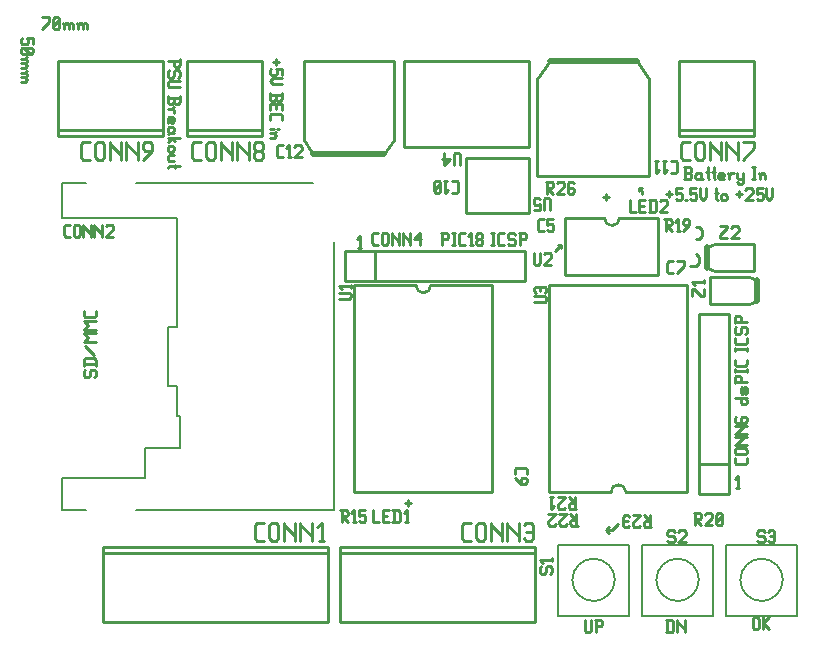
<source format=gbr>
G04 start of page 7 for group -4079 idx -4079 *
G04 Title: (unknown), topsilk *
G04 Creator: pcb 20091103 *
G04 CreationDate: Mon 30 Aug 2010 13:37:24 GMT UTC *
G04 For: thomas *
G04 Format: Gerber/RS-274X *
G04 PCB-Dimensions: 600000 500000 *
G04 PCB-Coordinate-Origin: lower left *
%MOIN*%
%FSLAX25Y25*%
%LNFRONTSILK*%
%ADD11C,0.0100*%
%ADD14C,0.0200*%
%ADD56C,0.0080*%
%ADD57C,0.0079*%
G54D11*X131000Y335000D02*Y337000D01*
X130000Y336000D02*X132000D01*
X197000Y327000D02*X199000D01*
X201000Y329000D01*
X197000Y327000D02*X198000Y328000D01*
X197000Y327000D02*X198000Y326000D01*
X227000Y424000D02*X228000D01*
X227000Y428000D02*X228000D01*
X182000Y422000D02*Y421000D01*
X181000Y422000D02*X182000D01*
X180000Y420000D01*
X228000Y428000D02*X229000Y427000D01*
X209000Y439000D02*Y440000D01*
X208000Y441000D01*
Y440000D02*Y441000D01*
X209000D01*
X229000Y427000D02*Y425000D01*
X228000Y424000D01*
Y418000D02*X227000Y419000D01*
X228000Y416000D02*Y418000D01*
X225000Y415000D02*X227000D01*
X228000Y416000D01*
X142500Y426000D02*Y422000D01*
X142000Y426000D02*X144000D01*
X144500Y425500D01*
Y424500D01*
X144000Y424000D02*X144500Y424500D01*
X142500Y424000D02*X144000D01*
X145701Y426000D02*X146701D01*
X146201D02*Y422000D01*
X145701D02*X146701D01*
X148402D02*X149902D01*
X147902Y422500D02*X148402Y422000D01*
X147902Y425500D02*Y422500D01*
Y425500D02*X148402Y426000D01*
X149902D01*
X151603Y422000D02*X152603D01*
X152103Y426000D02*Y422000D01*
X151103Y425000D02*X152103Y426000D01*
X153804Y422500D02*X154304Y422000D01*
X153804Y423500D02*Y422500D01*
Y423500D02*X154304Y424000D01*
X155304D01*
X155804Y423500D01*
Y422500D01*
X155304Y422000D02*X155804Y422500D01*
X154304Y422000D02*X155304D01*
X153804Y424500D02*X154304Y424000D01*
X153804Y425500D02*Y424500D01*
Y425500D02*X154304Y426000D01*
X155304D01*
X155804Y425500D01*
Y424500D01*
X155304Y424000D02*X155804Y424500D01*
X158805Y426000D02*X159805D01*
X159305D02*Y422000D01*
X158805D02*X159805D01*
X161506D02*X163006D01*
X161006Y422500D02*X161506Y422000D01*
X161006Y425500D02*Y422500D01*
Y425500D02*X161506Y426000D01*
X163006D01*
X166207D02*X166707Y425500D01*
X164707Y426000D02*X166207D01*
X164207Y425500D02*X164707Y426000D01*
X164207Y425500D02*Y424500D01*
X164707Y424000D01*
X166207D01*
X166707Y423500D01*
Y422500D01*
X166207Y422000D02*X166707Y422500D01*
X164707Y422000D02*X166207D01*
X164207Y422500D02*X164707Y422000D01*
X168408Y426000D02*Y422000D01*
X167908Y426000D02*X169908D01*
X170408Y425500D01*
Y424500D01*
X169908Y424000D02*X170408Y424500D01*
X168408Y424000D02*X169908D01*
X114500Y421000D02*X115500D01*
X115000Y425000D02*Y421000D01*
X114000Y424000D02*X115000Y425000D01*
X223000Y444000D02*X225000D01*
X225500Y444500D01*
Y445500D02*Y444500D01*
X225000Y446000D02*X225500Y445500D01*
X223500Y446000D02*X225000D01*
X223500Y448000D02*Y444000D01*
X223000Y448000D02*X225000D01*
X225500Y447500D01*
Y446500D01*
X225000Y446000D02*X225500Y446500D01*
X228201Y446000D02*X228701Y445500D01*
X227201Y446000D02*X228201D01*
X226701Y445500D02*X227201Y446000D01*
X226701Y445500D02*Y444500D01*
X227201Y444000D01*
X228701Y446000D02*Y444500D01*
X229201Y444000D01*
X227201D02*X228201D01*
X228701Y444500D01*
X230902Y448000D02*Y444500D01*
X231402Y444000D01*
X230402Y446500D02*X231402D01*
X232903Y448000D02*Y444500D01*
X233403Y444000D01*
X232403Y446500D02*X233403D01*
X234904Y444000D02*X236404D01*
X234404Y444500D02*X234904Y444000D01*
X234404Y445500D02*Y444500D01*
Y445500D02*X234904Y446000D01*
X235904D01*
X236404Y445500D01*
X234404Y445000D02*X236404D01*
Y445500D02*Y445000D01*
X238105Y445500D02*Y444000D01*
Y445500D02*X238605Y446000D01*
X239605D01*
X237605D02*X238105Y445500D01*
X240806Y446000D02*Y444500D01*
X241306Y444000D01*
X242806Y446000D02*Y443000D01*
X242306Y442500D02*X242806Y443000D01*
X241306Y442500D02*X242306D01*
X240806Y443000D02*X241306Y442500D01*
Y444000D02*X242306D01*
X242806Y444500D01*
X245807Y448000D02*X246807D01*
X246307D02*Y444000D01*
X245807D02*X246807D01*
X248508Y445500D02*Y444000D01*
Y445500D02*X249008Y446000D01*
X249508D01*
X250008Y445500D01*
Y444000D01*
X248008Y446000D02*X248508Y445500D01*
X217000Y439000D02*X219000D01*
X218000Y440000D02*Y438000D01*
X220201Y441000D02*X222201D01*
X220201D02*Y439000D01*
X220701Y439500D01*
X221701D01*
X222201Y439000D01*
Y437500D01*
X221701Y437000D02*X222201Y437500D01*
X220701Y437000D02*X221701D01*
X220201Y437500D02*X220701Y437000D01*
X223402D02*X223902D01*
X225103Y441000D02*X227103D01*
X225103D02*Y439000D01*
X225603Y439500D01*
X226603D01*
X227103Y439000D01*
Y437500D01*
X226603Y437000D02*X227103Y437500D01*
X225603Y437000D02*X226603D01*
X225103Y437500D02*X225603Y437000D01*
X228304Y441000D02*Y438000D01*
X229304Y437000D01*
X230304Y438000D01*
Y441000D02*Y438000D01*
X233805Y441000D02*Y437500D01*
X234305Y437000D01*
X233305Y439500D02*X234305D01*
X235306Y438500D02*Y437500D01*
Y438500D02*X235806Y439000D01*
X236806D01*
X237306Y438500D01*
Y437500D01*
X236806Y437000D02*X237306Y437500D01*
X235806Y437000D02*X236806D01*
X235306Y437500D02*X235806Y437000D01*
X240307Y439000D02*X242307D01*
X241307Y440000D02*Y438000D01*
X243508Y440500D02*X244008Y441000D01*
X245508D01*
X246008Y440500D01*
Y439500D01*
X243508Y437000D02*X246008Y439500D01*
X243508Y437000D02*X246008D01*
X247209Y441000D02*X249209D01*
X247209D02*Y439000D01*
X247709Y439500D01*
X248709D01*
X249209Y439000D01*
Y437500D01*
X248709Y437000D02*X249209Y437500D01*
X247709Y437000D02*X248709D01*
X247209Y437500D02*X247709Y437000D01*
X250410Y441000D02*Y438000D01*
X251410Y437000D01*
X252410Y438000D01*
Y441000D02*Y438000D01*
X240000Y371000D02*X244000D01*
Y370500D02*X243500Y371000D01*
X244000Y370500D02*Y369500D01*
X243500Y369000D02*X244000Y369500D01*
X242500Y369000D02*X243500D01*
X242500D02*X242000Y369500D01*
Y370500D02*Y369500D01*
Y370500D02*X242500Y371000D01*
X244000Y374201D02*Y372701D01*
Y374201D02*X243500Y374701D01*
X243000Y374201D02*X243500Y374701D01*
X243000Y374201D02*Y372701D01*
X242500Y372201D02*X243000Y372701D01*
X242500Y372201D02*X242000Y372701D01*
Y374201D02*Y372701D01*
Y374201D02*X242500Y374701D01*
X243500Y372201D02*X244000Y372701D01*
X240000Y376402D02*X244000D01*
X240000Y377902D02*Y375902D01*
Y377902D02*X240500Y378402D01*
X241500D01*
X242000Y377902D02*X241500Y378402D01*
X242000Y377902D02*Y376402D01*
X240000Y380603D02*Y379603D01*
Y380103D02*X244000D01*
Y380603D02*Y379603D01*
Y383804D02*Y382304D01*
X243500Y381804D02*X244000Y382304D01*
X240500Y381804D02*X243500D01*
X240500D02*X240000Y382304D01*
Y383804D02*Y382304D01*
Y387805D02*Y386805D01*
Y387305D02*X244000D01*
Y387805D02*Y386805D01*
Y391006D02*Y389506D01*
X243500Y389006D02*X244000Y389506D01*
X240500Y389006D02*X243500D01*
X240500D02*X240000Y389506D01*
Y391006D02*Y389506D01*
Y394207D02*X240500Y394707D01*
X240000Y394207D02*Y392707D01*
X240500Y392207D02*X240000Y392707D01*
X240500Y392207D02*X241500D01*
X242000Y392707D01*
Y394207D02*Y392707D01*
Y394207D02*X242500Y394707D01*
X243500D01*
X244000Y394207D02*X243500Y394707D01*
X244000Y394207D02*Y392707D01*
X243500Y392207D02*X244000Y392707D01*
X240000Y396408D02*X244000D01*
X240000Y397908D02*Y395908D01*
Y397908D02*X240500Y398408D01*
X241500D01*
X242000Y397908D02*X241500Y398408D01*
X242000Y397908D02*Y396408D01*
X240500Y341000D02*X241500D01*
X241000Y345000D02*Y341000D01*
X240000Y344000D02*X241000Y345000D01*
X190000Y297000D02*Y293500D01*
X190500Y293000D01*
X191500D01*
X192000Y293500D01*
Y297000D02*Y293500D01*
X193701Y297000D02*Y293000D01*
X193201Y297000D02*X195201D01*
X195701Y296500D01*
Y295500D01*
X195201Y295000D02*X195701Y295500D01*
X193701Y295000D02*X195201D01*
X217500Y297000D02*Y293000D01*
X219000Y297000D02*X219500Y296500D01*
Y293500D01*
X219000Y293000D02*X219500Y293500D01*
X217000Y293000D02*X219000D01*
X217000Y297000D02*X219000D01*
X220701D02*Y293000D01*
Y297000D02*Y296500D01*
X223201Y294000D01*
Y297000D02*Y293000D01*
X246000Y297500D02*Y294500D01*
Y297500D02*X246500Y298000D01*
X247500D01*
X248000Y297500D01*
Y294500D01*
X247500Y294000D02*X248000Y294500D01*
X246500Y294000D02*X247500D01*
X246000Y294500D02*X246500Y294000D01*
X249201Y298000D02*Y294000D01*
Y296000D02*X251201Y298000D01*
X249201Y296000D02*X251201Y294000D01*
X196000Y438000D02*X198000D01*
X197000Y439000D02*Y437000D01*
X6000Y491000D02*Y489000D01*
X4000Y491000D02*X6000D01*
X4000D02*X4500Y490500D01*
Y489500D01*
X4000Y489000D01*
X2500D02*X4000D01*
X2000Y489500D02*X2500Y489000D01*
X2000Y490500D02*Y489500D01*
X2500Y491000D02*X2000Y490500D01*
X2500Y487799D02*X2000Y487299D01*
X2500Y487799D02*X5500D01*
X6000Y487299D01*
Y486299D01*
X5500Y485799D01*
X2500D02*X5500D01*
X2000Y486299D02*X2500Y485799D01*
X2000Y487299D02*Y486299D01*
X3000Y487799D02*X5000Y485799D01*
X2000Y484098D02*X3500D01*
X4000Y483598D01*
Y483098D01*
X3500Y482598D01*
X2000D02*X3500D01*
X4000Y482098D01*
Y481598D01*
X3500Y481098D01*
X2000D02*X3500D01*
X4000Y484598D02*X3500Y484098D01*
X2000Y479397D02*X3500D01*
X4000Y478897D01*
Y478397D01*
X3500Y477897D01*
X2000D02*X3500D01*
X4000Y477397D01*
Y476897D01*
X3500Y476397D01*
X2000D02*X3500D01*
X4000Y479897D02*X3500Y479397D01*
X9000Y494000D02*X11500Y496500D01*
Y498000D02*Y496500D01*
X9000Y498000D02*X11500D01*
X12701Y494500D02*X13201Y494000D01*
X12701Y497500D02*Y494500D01*
Y497500D02*X13201Y498000D01*
X14201D01*
X14701Y497500D01*
Y494500D01*
X14201Y494000D02*X14701Y494500D01*
X13201Y494000D02*X14201D01*
X12701Y495000D02*X14701Y497000D01*
X16402Y495500D02*Y494000D01*
Y495500D02*X16902Y496000D01*
X17402D01*
X17902Y495500D01*
Y494000D01*
Y495500D02*X18402Y496000D01*
X18902D01*
X19402Y495500D01*
Y494000D01*
X15902Y496000D02*X16402Y495500D01*
X21103D02*Y494000D01*
Y495500D02*X21603Y496000D01*
X22103D01*
X22603Y495500D01*
Y494000D01*
Y495500D02*X23103Y496000D01*
X23603D01*
X24103Y495500D01*
Y494000D01*
X20603Y496000D02*X21103Y495500D01*
X23000Y380000D02*X23500Y380500D01*
X23000Y380000D02*Y378500D01*
X23500Y378000D02*X23000Y378500D01*
X23500Y378000D02*X24500D01*
X25000Y378500D01*
Y380000D02*Y378500D01*
Y380000D02*X25500Y380500D01*
X26500D01*
X27000Y380000D02*X26500Y380500D01*
X27000Y380000D02*Y378500D01*
X26500Y378000D02*X27000Y378500D01*
X23000Y382201D02*X27000D01*
X23000Y383701D02*X23500Y384201D01*
X26500D01*
X27000Y383701D02*X26500Y384201D01*
X27000Y383701D02*Y381701D01*
X23000Y383701D02*Y381701D01*
X26500Y385402D02*X23500Y388402D01*
X23000Y389603D02*X27000D01*
X23000D02*X24500Y391103D01*
X23000Y392603D01*
X27000D01*
X23000Y393804D02*X27000D01*
X23000D02*X24500Y395304D01*
X23000Y396804D01*
X27000D01*
Y400005D02*Y398505D01*
X26500Y398005D02*X27000Y398505D01*
X23500Y398005D02*X26500D01*
X23500D02*X23000Y398505D01*
Y400005D02*Y398505D01*
X87000Y484000D02*Y482000D01*
X86000Y483000D02*X88000D01*
X89000Y480799D02*Y478799D01*
X87000Y480799D02*X89000D01*
X87000D02*X87500Y480299D01*
Y479299D01*
X87000Y478799D01*
X85500D02*X87000D01*
X85000Y479299D02*X85500Y478799D01*
X85000Y480299D02*Y479299D01*
X85500Y480799D02*X85000Y480299D01*
X86000Y477598D02*X89000D01*
X86000D02*X85000Y476598D01*
X86000Y475598D01*
X89000D01*
X85000Y472597D02*Y470597D01*
X85500Y470097D01*
X86500D01*
X87000Y470597D02*X86500Y470097D01*
X87000Y472097D02*Y470597D01*
X85000Y472097D02*X89000D01*
Y472597D02*Y470597D01*
X88500Y470097D01*
X87500D02*X88500D01*
X87000Y470597D02*X87500Y470097D01*
X87000Y468896D02*Y467396D01*
X85000Y468896D02*Y466896D01*
Y468896D02*X89000D01*
Y466896D01*
X85000Y465195D02*Y463695D01*
X85500Y465695D02*X85000Y465195D01*
X85500Y465695D02*X88500D01*
X89000Y465195D01*
Y463695D01*
X87500Y460694D02*X88000D01*
X85000D02*X86500D01*
X85000Y459193D02*X86500D01*
X87000Y458693D01*
Y458193D01*
X86500Y457693D01*
X85000D02*X86500D01*
X87000Y459693D02*X86500Y459193D01*
X51000Y483500D02*X55000D01*
Y484000D02*Y482000D01*
X54500Y481500D01*
X53500D02*X54500D01*
X53000Y482000D02*X53500Y481500D01*
X53000Y483500D02*Y482000D01*
X55000Y478299D02*X54500Y477799D01*
X55000Y479799D02*Y478299D01*
X54500Y480299D02*X55000Y479799D01*
X53500Y480299D02*X54500D01*
X53500D02*X53000Y479799D01*
Y478299D01*
X52500Y477799D01*
X51500D02*X52500D01*
X51000Y478299D02*X51500Y477799D01*
X51000Y479799D02*Y478299D01*
X51500Y480299D02*X51000Y479799D01*
X51500Y476598D02*X55000D01*
X51500D02*X51000Y476098D01*
Y475098D01*
X51500Y474598D01*
X55000D01*
X51000Y471597D02*Y469597D01*
X51500Y469097D01*
X52500D01*
X53000Y469597D02*X52500Y469097D01*
X53000Y471097D02*Y469597D01*
X51000Y471097D02*X55000D01*
Y471597D02*Y469597D01*
X54500Y469097D01*
X53500D02*X54500D01*
X53000Y469597D02*X53500Y469097D01*
X51000Y467396D02*X52500D01*
X53000Y466896D01*
Y465896D01*
Y467896D02*X52500Y467396D01*
X51000Y464195D02*Y462695D01*
X51500Y464695D02*X51000Y464195D01*
X51500Y464695D02*X52500D01*
X53000Y464195D01*
Y463195D01*
X52500Y462695D01*
X52000Y464695D02*Y462695D01*
X52500D01*
X53000Y459994D02*X52500Y459494D01*
X53000Y460994D02*Y459994D01*
X52500Y461494D02*X53000Y460994D01*
X51500Y461494D02*X52500D01*
X51500D02*X51000Y460994D01*
X51500Y459494D02*X53000D01*
X51500D02*X51000Y458994D01*
Y460994D02*Y459994D01*
X51500Y459494D01*
X51000Y457793D02*X55000D01*
X52500D02*X51000Y456293D01*
X52500Y457793D02*X53500Y456793D01*
X51500Y455092D02*X52500D01*
X53000Y454592D01*
Y453592D01*
X52500Y453092D01*
X51500D02*X52500D01*
X51000Y453592D02*X51500Y453092D01*
X51000Y454592D02*Y453592D01*
X51500Y455092D02*X51000Y454592D01*
X51500Y451891D02*X53000D01*
X51500D02*X51000Y451391D01*
Y450391D01*
X51500Y449891D01*
X53000D01*
X51500Y448190D02*X55000D01*
X51500D02*X51000Y447690D01*
X53500Y448690D02*Y447690D01*
G54D56*X181047Y322016D02*Y298394D01*
Y322016D02*X204669D01*
Y298394D01*
X181047D02*X204669D01*
X185772Y310400D02*G75*G03X192858Y303314I7086J0D01*G01*
X192860Y317487D02*G75*G03X185772Y310399I0J-7088D01*G01*
X199945Y310401D02*G75*G03X192859Y317487I-7086J0D01*G01*
Y303314D02*G75*G03X199945Y310400I0J7086D01*G01*
G54D11*X238000Y399000D02*Y339000D01*
X228000Y399000D02*X238000D01*
X228000D02*Y339000D01*
X238000D01*
X228000Y349000D02*X238000D01*
X228000D02*Y339000D01*
G54D14*X247300Y410500D02*Y403500D01*
G54D11*Y410500D02*X244800Y411500D01*
X231700D02*X244800D01*
X231700D02*Y402500D01*
X244800D01*
X247300Y403500D01*
G54D56*X209047Y322016D02*Y298394D01*
Y322016D02*X232669D01*
Y298394D01*
X209047D02*X232669D01*
X213772Y310400D02*G75*G03X220858Y303314I7086J0D01*G01*
X220860Y317487D02*G75*G03X213772Y310399I0J-7088D01*G01*
X227945Y310401D02*G75*G03X220859Y317487I-7086J0D01*G01*
Y303314D02*G75*G03X227945Y310400I0J7086D01*G01*
X237047Y322016D02*Y298394D01*
Y322016D02*X260669D01*
Y298394D01*
X237047D02*X260669D01*
X241772Y310400D02*G75*G03X248858Y303314I7086J0D01*G01*
X248860Y317487D02*G75*G03X241772Y310399I0J-7088D01*G01*
X255945Y310401D02*G75*G03X248859Y317487I-7086J0D01*G01*
Y303314D02*G75*G03X255945Y310400I0J7086D01*G01*
G54D11*X224133Y408595D02*Y339595D01*
X178133Y408595D02*X224133D01*
X178133D02*Y339595D01*
X203633D02*X224133D01*
X178133D02*X198633D01*
X203633D02*G75*G03X198633Y339595I-2500J0D01*G01*
G54D14*X230700Y421500D02*Y414500D01*
G54D11*X233200Y413500D01*
X246300D01*
Y422500D01*
X233200D01*
X230700Y421500D01*
X221500Y483500D02*X246500D01*
Y458500D01*
Y460500D02*X221500D01*
Y458500D02*Y483500D01*
X246500Y458500D02*X221500D01*
X183500Y431000D02*Y412000D01*
X214500D01*
Y431000D02*Y412000D01*
X183500Y431000D02*X196500D01*
X201500D02*X214500D01*
X196500D02*G75*G03X201500Y431000I2500J0D01*G01*
X150500Y451100D02*X171200D01*
X150500D02*Y432800D01*
X171200D01*
Y451100D02*Y432800D01*
G54D14*X178200Y483300D02*X207200D01*
G54D11*X178200D02*X174100Y477200D01*
Y445100D01*
X211300D01*
Y477200D02*Y445100D01*
Y477200D02*X207200Y483300D01*
X108500Y296500D02*X173500D01*
X108500Y321500D02*Y296500D01*
Y319500D02*X173500D01*
Y321500D02*Y296500D01*
X108500Y321500D02*X173500D01*
X113133Y408595D02*Y339595D01*
X159133D01*
Y408595D02*Y339595D01*
X113133Y408595D02*X133633D01*
X138633D02*X159133D01*
X133633D02*G75*G03X138633Y408595I2500J0D01*G01*
G54D57*X15715Y431008D02*X54101D01*
X15715Y344394D02*Y333568D01*
X106266Y423134D02*Y333568D01*
X15715D02*X23589D01*
X40322D02*X106266D01*
X40322Y442819D02*X99377D01*
X15715D02*X23589D01*
X15715D02*Y431008D01*
Y344394D02*X43274D01*
Y354237D02*Y344394D01*
Y354237D02*X55085D01*
Y365064D02*Y354237D01*
X54101Y365064D02*X55085D01*
X54101Y374906D02*Y365064D01*
X51148Y374906D02*X54101D01*
X51148Y394591D02*Y374906D01*
Y394591D02*X54101D01*
Y431008D02*Y394591D01*
G54D11*X29500Y296500D02*X104500D01*
X29500Y321500D02*Y296500D01*
Y319500D02*X104500D01*
Y321500D02*Y296500D01*
X29500Y321500D02*X104500D01*
X14500Y483500D02*X49500D01*
Y458500D01*
X14500Y460500D02*X49500D01*
X14500Y483500D02*Y458500D01*
X49500D01*
X57500Y483500D02*X82500D01*
Y458500D01*
Y460500D02*X57500D01*
Y458500D02*Y483500D01*
X82500Y458500D02*X57500D01*
G54D14*X99500Y452200D02*X122900D01*
G54D11*X126200Y457100D01*
Y483200D02*Y457100D01*
X96200Y483200D02*X126200D01*
X96200D02*Y457100D01*
X99500Y452200D01*
X129800Y483200D02*X171200D01*
X129800D02*Y454700D01*
X171200D01*
Y483200D02*Y454700D01*
X110133Y410095D02*X170133D01*
Y420095D02*Y410095D01*
X110133Y420095D02*X170133D01*
X110133D02*Y410095D01*
X120133Y420095D02*Y410095D01*
X110133Y420095D02*X120133D01*
X108409Y333642D02*X110409D01*
X110909Y333142D01*
Y332142D01*
X110409Y331642D02*X110909Y332142D01*
X108909Y331642D02*X110409D01*
X108909Y333642D02*Y329642D01*
Y331642D02*X110909Y329642D01*
X112610D02*X113610D01*
X113110Y333642D02*Y329642D01*
X112110Y332642D02*X113110Y333642D01*
X114811D02*X116811D01*
X114811D02*Y331642D01*
X115311Y332142D01*
X116311D01*
X116811Y331642D01*
Y330142D01*
X116311Y329642D02*X116811Y330142D01*
X115311Y329642D02*X116311D01*
X114811Y330142D02*X115311Y329642D01*
X80750Y323500D02*X83000D01*
X80000Y324250D02*X80750Y323500D01*
X80000Y328750D02*Y324250D01*
Y328750D02*X80750Y329500D01*
X83000D01*
X84801Y328750D02*Y324250D01*
Y328750D02*X85551Y329500D01*
X87051D01*
X87801Y328750D01*
Y324250D01*
X87051Y323500D02*X87801Y324250D01*
X85551Y323500D02*X87051D01*
X84801Y324250D02*X85551Y323500D01*
X89603Y329500D02*Y323500D01*
Y329500D02*Y328750D01*
X93353Y325000D01*
Y329500D02*Y323500D01*
X95154Y329500D02*Y323500D01*
Y329500D02*Y328750D01*
X98904Y325000D01*
Y329500D02*Y323500D01*
X101456D02*X102956D01*
X102206Y329500D02*Y323500D01*
X100706Y328000D02*X102206Y329500D01*
X235000Y428300D02*X237500D01*
Y427800D01*
X235000Y425300D02*X237500Y427800D01*
X235000Y425300D02*Y424300D01*
X237500D01*
X238701Y427800D02*X239201Y428300D01*
X240701D01*
X241201Y427800D01*
Y426800D01*
X238701Y424300D02*X241201Y426800D01*
X238701Y424300D02*X241201D01*
X216409Y430658D02*X218409D01*
X218909Y430158D01*
Y429158D01*
X218409Y428658D02*X218909Y429158D01*
X216909Y428658D02*X218409D01*
X216909Y430658D02*Y426658D01*
Y428658D02*X218909Y426658D01*
X220610D02*X221610D01*
X221110Y430658D02*Y426658D01*
X220110Y429658D02*X221110Y430658D01*
X222811Y426658D02*X224811Y428658D01*
Y430158D02*Y428658D01*
X224311Y430658D02*X224811Y430158D01*
X223311Y430658D02*X224311D01*
X222811Y430158D02*X223311Y430658D01*
X222811Y430158D02*Y429158D01*
X223311Y428658D01*
X224811D01*
X222750Y450500D02*X225000D01*
X222000Y451250D02*X222750Y450500D01*
X222000Y455750D02*Y451250D01*
Y455750D02*X222750Y456500D01*
X225000D01*
X226801Y455750D02*Y451250D01*
Y455750D02*X227551Y456500D01*
X229051D01*
X229801Y455750D01*
Y451250D01*
X229051Y450500D02*X229801Y451250D01*
X227551Y450500D02*X229051D01*
X226801Y451250D02*X227551Y450500D01*
X231603Y456500D02*Y450500D01*
Y456500D02*Y455750D01*
X235353Y452000D01*
Y456500D02*Y450500D01*
X237154Y456500D02*Y450500D01*
Y456500D02*Y455750D01*
X240904Y452000D01*
Y456500D02*Y450500D01*
X242706D02*X246456Y454250D01*
Y456500D02*Y454250D01*
X242706Y456500D02*X246456D01*
X218700Y450100D02*X220200D01*
X220700Y449600D02*X220200Y450100D01*
X220700Y449600D02*Y446600D01*
X220200Y446100D01*
X218700D02*X220200D01*
X215999Y450100D02*X216999D01*
X216499D02*Y446100D01*
X217499Y447100D02*X216499Y446100D01*
X213298Y450100D02*X214298D01*
X213798D02*Y446100D01*
X214798Y447100D02*X213798Y446100D01*
X204850Y437150D02*Y433150D01*
X206850D01*
X208051Y435150D02*X209551D01*
X208051Y433150D02*X210051D01*
X208051Y437150D02*Y433150D01*
Y437150D02*X210051D01*
X211752D02*Y433150D01*
X213252Y437150D02*X213752Y436650D01*
Y433650D01*
X213252Y433150D02*X213752Y433650D01*
X211252Y433150D02*X213252D01*
X211252Y437150D02*X213252D01*
X214953Y436650D02*X215453Y437150D01*
X216953D01*
X217453Y436650D01*
Y435650D01*
X214953Y433150D02*X217453Y435650D01*
X214953Y433150D02*X217453D01*
X217909Y412642D02*X219409D01*
X217409Y413142D02*X217909Y412642D01*
X217409Y416142D02*Y413142D01*
Y416142D02*X217909Y416642D01*
X219409D01*
X220610Y412642D02*X223110Y415142D01*
Y416642D02*Y415142D01*
X220610Y416642D02*X223110D01*
X225700Y407500D02*Y405000D01*
Y407500D02*X226200D01*
X228700Y405000D02*X226200Y407500D01*
X228700Y405000D02*X229700D01*
Y407500D02*Y405000D01*
Y410201D02*Y409201D01*
X225700Y409701D02*X229700D01*
X226700Y408701D02*X225700Y409701D01*
X174791Y426642D02*X176291D01*
X174291Y427142D02*X174791Y426642D01*
X174291Y430142D02*Y427142D01*
Y430142D02*X174791Y430642D01*
X176291D01*
X177492D02*X179492D01*
X177492D02*Y428642D01*
X177992Y429142D01*
X178992D01*
X179492Y428642D01*
Y427142D01*
X178992Y426642D02*X179492Y427142D01*
X177992Y426642D02*X178992D01*
X177492Y427142D02*X177992Y426642D01*
X119633Y422095D02*X121133D01*
X119133Y422595D02*X119633Y422095D01*
X119133Y425595D02*Y422595D01*
Y425595D02*X119633Y426095D01*
X121133D01*
X122334Y425595D02*Y422595D01*
Y425595D02*X122834Y426095D01*
X123834D01*
X124334Y425595D01*
Y422595D01*
X123834Y422095D02*X124334Y422595D01*
X122834Y422095D02*X123834D01*
X122334Y422595D02*X122834Y422095D01*
X125535Y426095D02*Y422095D01*
Y426095D02*Y425595D01*
X128035Y423095D01*
Y426095D02*Y422095D01*
X129236Y426095D02*Y422095D01*
Y426095D02*Y425595D01*
X131736Y423095D01*
Y426095D02*Y422095D01*
X132937Y424095D02*X134937Y426095D01*
X132937Y424095D02*X135437D01*
X134937Y426095D02*Y422095D01*
X178200Y437300D02*Y433800D01*
Y437300D02*X177700Y437800D01*
X176700D02*X177700D01*
X176700D02*X176200Y437300D01*
Y433800D01*
X172999D02*X174999D01*
Y435800D02*Y433800D01*
Y435800D02*X174499Y435300D01*
X173499D02*X174499D01*
X173499D02*X172999Y435800D01*
Y437300D02*Y435800D01*
X173499Y437800D02*X172999Y437300D01*
X173499Y437800D02*X174499D01*
X174999Y437300D02*X174499Y437800D01*
X148200Y452200D02*Y448700D01*
Y452200D02*X147700Y452700D01*
X146700D02*X147700D01*
X146700D02*X146200Y452200D01*
Y448700D01*
X144999Y450700D02*X142999Y448700D01*
X142499Y450700D02*X144999D01*
X142999Y452700D02*Y448700D01*
X145709Y443358D02*X147209D01*
X147709Y442858D02*X147209Y443358D01*
X147709Y442858D02*Y439858D01*
X147209Y439358D01*
X145709D02*X147209D01*
X143008Y443358D02*X144008D01*
X143508D02*Y439358D01*
X144508Y440358D02*X143508Y439358D01*
X141807Y442858D02*X141307Y443358D01*
X141807Y442858D02*Y439858D01*
X141307Y439358D01*
X140307D02*X141307D01*
X140307D02*X139807Y439858D01*
Y442858D02*Y439858D01*
X140307Y443358D02*X139807Y442858D01*
X140307Y443358D02*X141307D01*
X141807Y442358D02*X139807Y440358D01*
X173000Y419500D02*Y416000D01*
X173500Y415500D01*
X174500D01*
X175000Y416000D01*
Y419500D02*Y416000D01*
X176201Y419000D02*X176701Y419500D01*
X178201D01*
X178701Y419000D01*
Y418000D01*
X176201Y415500D02*X178701Y418000D01*
X176201Y415500D02*X178701D01*
X173095Y402867D02*X176595D01*
X177095Y403367D01*
Y404367D02*Y403367D01*
Y404367D02*X176595Y404867D01*
X173095D02*X176595D01*
X173595Y406068D02*X173095Y406568D01*
Y407568D02*Y406568D01*
Y407568D02*X173595Y408068D01*
X176595D01*
X177095Y407568D02*X176595Y408068D01*
X177095Y407568D02*Y406568D01*
X176595Y406068D02*X177095Y406568D01*
X175095Y408068D02*Y406568D01*
X176850Y443150D02*X178850D01*
X179350Y442650D01*
Y441650D01*
X178850Y441150D02*X179350Y441650D01*
X177350Y441150D02*X178850D01*
X177350Y443150D02*Y439150D01*
Y441150D02*X179350Y439150D01*
X180551Y442650D02*X181051Y443150D01*
X182551D01*
X183051Y442650D01*
Y441650D01*
X180551Y439150D02*X183051Y441650D01*
X180551Y439150D02*X183051D01*
X185752Y443150D02*X186252Y442650D01*
X184752Y443150D02*X185752D01*
X184252Y442650D02*X184752Y443150D01*
X184252Y442650D02*Y439650D01*
X184752Y439150D01*
X185752Y441150D02*X186252Y440650D01*
X184252Y441150D02*X185752D01*
X184752Y439150D02*X185752D01*
X186252Y439650D01*
Y440650D02*Y439650D01*
X185591Y328358D02*X187591D01*
X185591D02*X185091Y328858D01*
Y329858D02*Y328858D01*
X185591Y330358D02*X185091Y329858D01*
X185591Y330358D02*X187091D01*
Y332358D02*Y328358D01*
Y330358D02*X185091Y332358D01*
X183890Y328858D02*X183390Y328358D01*
X181890D02*X183390D01*
X181890D02*X181390Y328858D01*
Y329858D02*Y328858D01*
X183890Y332358D02*X181390Y329858D01*
Y332358D02*X183890D01*
X180189Y328858D02*X179689Y328358D01*
X178189D02*X179689D01*
X178189D02*X177689Y328858D01*
Y329858D02*Y328858D01*
X180189Y332358D02*X177689Y329858D01*
Y332358D02*X180189D01*
X210150Y327850D02*X212150D01*
X210150D02*X209650Y328350D01*
Y329350D02*Y328350D01*
X210150Y329850D02*X209650Y329350D01*
X210150Y329850D02*X211650D01*
Y331850D02*Y327850D01*
Y329850D02*X209650Y331850D01*
X208449Y328350D02*X207949Y327850D01*
X206449D02*X207949D01*
X206449D02*X205949Y328350D01*
Y329350D02*Y328350D01*
X208449Y331850D02*X205949Y329350D01*
Y331850D02*X208449D01*
X204748Y328350D02*X204248Y327850D01*
X203248D02*X204248D01*
X203248D02*X202748Y328350D01*
Y331350D02*Y328350D01*
X203248Y331850D02*X202748Y331350D01*
X203248Y331850D02*X204248D01*
X204748Y331350D02*X204248Y331850D01*
X202748Y329850D02*X204248D01*
X226291Y332642D02*X228291D01*
X228791Y332142D01*
Y331142D01*
X228291Y330642D02*X228791Y331142D01*
X226791Y330642D02*X228291D01*
X226791Y332642D02*Y328642D01*
Y330642D02*X228791Y328642D01*
X229992Y332142D02*X230492Y332642D01*
X231992D01*
X232492Y332142D01*
Y331142D01*
X229992Y328642D02*X232492Y331142D01*
X229992Y328642D02*X232492D01*
X233693Y329142D02*X234193Y328642D01*
X233693Y332142D02*Y329142D01*
Y332142D02*X234193Y332642D01*
X235193D01*
X235693Y332142D01*
Y329142D01*
X235193Y328642D02*X235693Y329142D01*
X234193Y328642D02*X235193D01*
X233693Y329642D02*X235693Y331642D01*
X219409Y327000D02*X219909Y326500D01*
X217909Y327000D02*X219409D01*
X217409Y326500D02*X217909Y327000D01*
X217409Y326500D02*Y325500D01*
X217909Y325000D01*
X219409D01*
X219909Y324500D01*
Y323500D01*
X219409Y323000D02*X219909Y323500D01*
X217909Y323000D02*X219409D01*
X217409Y323500D02*X217909Y323000D01*
X221110Y326500D02*X221610Y327000D01*
X223110D01*
X223610Y326500D01*
Y325500D01*
X221110Y323000D02*X223610Y325500D01*
X221110Y323000D02*X223610D01*
X249409Y327000D02*X249909Y326500D01*
X247909Y327000D02*X249409D01*
X247409Y326500D02*X247909Y327000D01*
X247409Y326500D02*Y325500D01*
X247909Y325000D01*
X249409D01*
X249909Y324500D01*
Y323500D01*
X249409Y323000D02*X249909Y323500D01*
X247909Y323000D02*X249409D01*
X247409Y323500D02*X247909Y323000D01*
X251110Y326500D02*X251610Y327000D01*
X252610D01*
X253110Y326500D01*
Y323500D01*
X252610Y323000D02*X253110Y323500D01*
X251610Y323000D02*X252610D01*
X251110Y323500D02*X251610Y323000D01*
Y325000D02*X253110D01*
X166658Y347209D02*Y345709D01*
X167158Y347709D02*X166658Y347209D01*
X167158Y347709D02*X170158D01*
X170658Y347209D01*
Y345709D01*
X166658Y344508D02*X168658Y342508D01*
X170158D01*
X170658Y343008D02*X170158Y342508D01*
X170658Y344008D02*Y343008D01*
X170158Y344508D02*X170658Y344008D01*
X169158Y344508D02*X170158D01*
X169158D02*X168658Y344008D01*
Y342508D01*
X244000Y351000D02*Y349500D01*
X243500Y349000D02*X244000Y349500D01*
X240500Y349000D02*X243500D01*
X240500D02*X240000Y349500D01*
Y351000D02*Y349500D01*
X240500Y352201D02*X243500D01*
X240500D02*X240000Y352701D01*
Y353701D02*Y352701D01*
Y353701D02*X240500Y354201D01*
X243500D01*
X244000Y353701D02*X243500Y354201D01*
X244000Y353701D02*Y352701D01*
X243500Y352201D02*X244000Y352701D01*
X240000Y355402D02*X244000D01*
X240000D02*X240500D01*
X243000Y357902D01*
X240000D02*X244000D01*
X240000Y359103D02*X244000D01*
X240000D02*X240500D01*
X243000Y361603D01*
X240000D02*X244000D01*
X240000Y364304D02*X240500Y364804D01*
X240000Y364304D02*Y363304D01*
X240500Y362804D02*X240000Y363304D01*
X240500Y362804D02*X243500D01*
X244000Y363304D01*
X242000Y364304D02*X242500Y364804D01*
X242000Y364304D02*Y362804D01*
X244000Y364304D02*Y363304D01*
Y364304D02*X243500Y364804D01*
X242500D02*X243500D01*
X149750Y323500D02*X152000D01*
X149000Y324250D02*X149750Y323500D01*
X149000Y328750D02*Y324250D01*
Y328750D02*X149750Y329500D01*
X152000D01*
X153801Y328750D02*Y324250D01*
Y328750D02*X154551Y329500D01*
X156051D01*
X156801Y328750D01*
Y324250D01*
X156051Y323500D02*X156801Y324250D01*
X154551Y323500D02*X156051D01*
X153801Y324250D02*X154551Y323500D01*
X158603Y329500D02*Y323500D01*
Y329500D02*Y328750D01*
X162353Y325000D01*
Y329500D02*Y323500D01*
X164154Y329500D02*Y323500D01*
Y329500D02*Y328750D01*
X167904Y325000D01*
Y329500D02*Y323500D01*
X169706Y328750D02*X170456Y329500D01*
X171956D01*
X172706Y328750D01*
Y324250D01*
X171956Y323500D02*X172706Y324250D01*
X170456Y323500D02*X171956D01*
X169706Y324250D02*X170456Y323500D01*
Y326500D02*X172706D01*
X185150Y333850D02*X187150D01*
X185150D02*X184650Y334350D01*
Y335350D02*Y334350D01*
X185150Y335850D02*X184650Y335350D01*
X185150Y335850D02*X186650D01*
Y337850D02*Y333850D01*
Y335850D02*X184650Y337850D01*
X183449Y334350D02*X182949Y333850D01*
X181449D02*X182949D01*
X181449D02*X180949Y334350D01*
Y335350D02*Y334350D01*
X183449Y337850D02*X180949Y335350D01*
Y337850D02*X183449D01*
X178248D02*X179248D01*
X178748D02*Y333850D01*
X179748Y334850D02*X178748Y333850D01*
X175000Y314409D02*X175500Y314909D01*
X175000Y314409D02*Y312909D01*
X175500Y312409D02*X175000Y312909D01*
X175500Y312409D02*X176500D01*
X177000Y312909D01*
Y314409D02*Y312909D01*
Y314409D02*X177500Y314909D01*
X178500D01*
X179000Y314409D02*X178500Y314909D01*
X179000Y314409D02*Y312909D01*
X178500Y312409D02*X179000Y312909D01*
Y317610D02*Y316610D01*
X175000Y317110D02*X179000D01*
X176000Y316110D02*X175000Y317110D01*
X119409Y333674D02*Y329674D01*
X121409D01*
X122610Y331674D02*X124110D01*
X122610Y329674D02*X124610D01*
X122610Y333674D02*Y329674D01*
Y333674D02*X124610D01*
X126311D02*Y329674D01*
X127811Y333674D02*X128311Y333174D01*
Y330174D01*
X127811Y329674D02*X128311Y330174D01*
X125811Y329674D02*X127811D01*
X125811Y333674D02*X127811D01*
X130012Y329674D02*X131012D01*
X130512Y333674D02*Y329674D01*
X129512Y332674D02*X130512Y333674D01*
X107905Y404133D02*X111405D01*
X111905Y404633D01*
Y405633D02*Y404633D01*
Y405633D02*X111405Y406133D01*
X107905D02*X111405D01*
X111905Y408834D02*Y407834D01*
X107905Y408334D02*X111905D01*
X108905Y407334D02*X107905Y408334D01*
X16899Y424732D02*X18399D01*
X16399Y425232D02*X16899Y424732D01*
X16399Y428232D02*Y425232D01*
Y428232D02*X16899Y428732D01*
X18399D01*
X19600Y428232D02*Y425232D01*
Y428232D02*X20100Y428732D01*
X21100D01*
X21600Y428232D01*
Y425232D01*
X21100Y424732D02*X21600Y425232D01*
X20100Y424732D02*X21100D01*
X19600Y425232D02*X20100Y424732D01*
X22801Y428732D02*Y424732D01*
Y428732D02*Y428232D01*
X25301Y425732D01*
Y428732D02*Y424732D01*
X26502Y428732D02*Y424732D01*
Y428732D02*Y428232D01*
X29002Y425732D01*
Y428732D02*Y424732D01*
X30203Y428232D02*X30703Y428732D01*
X32203D01*
X32703Y428232D01*
Y427232D01*
X30203Y424732D02*X32703Y427232D01*
X30203Y424732D02*X32703D01*
X22750Y450500D02*X25000D01*
X22000Y451250D02*X22750Y450500D01*
X22000Y455750D02*Y451250D01*
Y455750D02*X22750Y456500D01*
X25000D01*
X26801Y455750D02*Y451250D01*
Y455750D02*X27551Y456500D01*
X29051D01*
X29801Y455750D01*
Y451250D01*
X29051Y450500D02*X29801Y451250D01*
X27551Y450500D02*X29051D01*
X26801Y451250D02*X27551Y450500D01*
X31603Y456500D02*Y450500D01*
Y456500D02*Y455750D01*
X35353Y452000D01*
Y456500D02*Y450500D01*
X37154Y456500D02*Y450500D01*
Y456500D02*Y455750D01*
X40904Y452000D01*
Y456500D02*Y450500D01*
X42706D02*X45706Y453500D01*
Y455750D02*Y453500D01*
X44956Y456500D02*X45706Y455750D01*
X43456Y456500D02*X44956D01*
X42706Y455750D02*X43456Y456500D01*
X42706Y455750D02*Y454250D01*
X43456Y453500D01*
X45706D01*
X87700Y451200D02*X89200D01*
X87200Y451700D02*X87700Y451200D01*
X87200Y454700D02*Y451700D01*
Y454700D02*X87700Y455200D01*
X89200D01*
X90901Y451200D02*X91901D01*
X91401Y455200D02*Y451200D01*
X90401Y454200D02*X91401Y455200D01*
X93102Y454700D02*X93602Y455200D01*
X95102D01*
X95602Y454700D01*
Y453700D01*
X93102Y451200D02*X95602Y453700D01*
X93102Y451200D02*X95602D01*
X59750Y450500D02*X62000D01*
X59000Y451250D02*X59750Y450500D01*
X59000Y455750D02*Y451250D01*
Y455750D02*X59750Y456500D01*
X62000D01*
X63801Y455750D02*Y451250D01*
Y455750D02*X64551Y456500D01*
X66051D01*
X66801Y455750D01*
Y451250D01*
X66051Y450500D02*X66801Y451250D01*
X64551Y450500D02*X66051D01*
X63801Y451250D02*X64551Y450500D01*
X68603Y456500D02*Y450500D01*
Y456500D02*Y455750D01*
X72353Y452000D01*
Y456500D02*Y450500D01*
X74154Y456500D02*Y450500D01*
Y456500D02*Y455750D01*
X77904Y452000D01*
Y456500D02*Y450500D01*
X79706Y451250D02*X80456Y450500D01*
X79706Y452750D02*Y451250D01*
Y452750D02*X80456Y453500D01*
X81956D01*
X82706Y452750D01*
Y451250D01*
X81956Y450500D02*X82706Y451250D01*
X80456Y450500D02*X81956D01*
X79706Y454250D02*X80456Y453500D01*
X79706Y455750D02*Y454250D01*
Y455750D02*X80456Y456500D01*
X81956D01*
X82706Y455750D01*
Y454250D01*
X81956Y453500D02*X82706Y454250D01*
M02*

</source>
